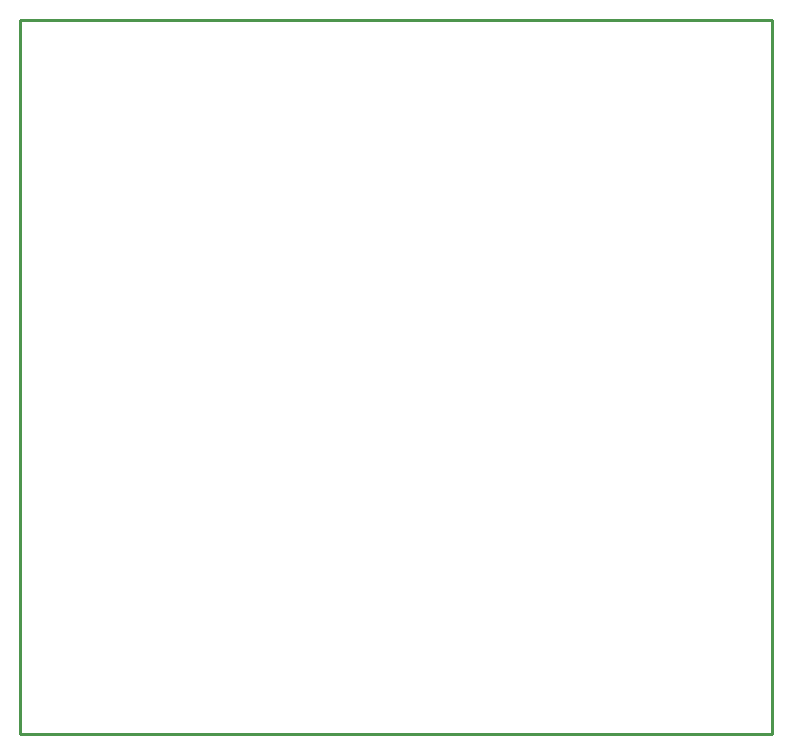
<source format=gko>
G04 Layer: BoardOutlineLayer*
G04 EasyEDA v6.5.50, 2025-06-12 20:37:31*
G04 aa330ac2ebf7422699210df74fc2b7c5,bdb9141ddcec4d9e81ce16864cc1dc0d,10*
G04 Gerber Generator version 0.2*
G04 Scale: 100 percent, Rotated: No, Reflected: No *
G04 Dimensions in millimeters *
G04 leading zeros omitted , absolute positions ,4 integer and 5 decimal *
%FSLAX45Y45*%
%MOMM*%

%ADD10C,0.2540*%
%ADD11C,0.0155*%
D10*
X0Y0D02*
G01*
X6362700Y0D01*
X6362700Y-6045200D01*
X0Y-6045200D01*
X0Y0D01*

%LPD*%
M02*

</source>
